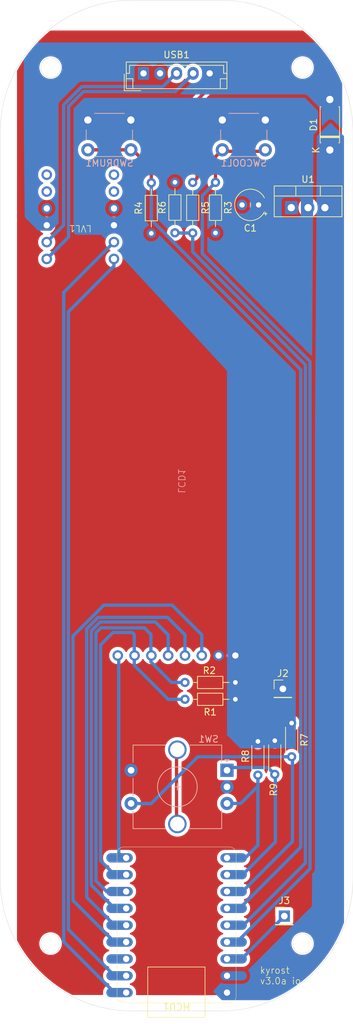
<source format=kicad_pcb>
(kicad_pcb (version 20240108) (generator "pcbnew") (generator_version "8.0")
  (layers (0 "F.Cu" signal) (31 "B.Cu" signal) (34 "B.Paste" user) (35 "F.Paste" user) (36 "B.SilkS" user "B.Silkscreen") (37 "F.SilkS" user "F.Silkscreen") (38 "B.Mask" user) (39 "F.Mask" user) (44 "Edge.Cuts" user))
  (net 0 "")
  (net 1 "GND2")
  (net 2 "VB3.3")
  (net 3 "/SW_COOL")
  (net 4 "/ROT_SW")
  (net 5 "/VB5.0")
  (net 6 "/LCD_SDA")
  (net 7 "/SW_DRUM")
  (net 8 "/LCD_CS")
  (net 9 "/SP_GPIO")
  (net 10 "/LCD_SCK")
  (net 11 "/ROT_DT")
  (net 12 "/LCD_RES")
  (net 13 "/LCD_BLK")
  (net 14 "/LCD_DC")
  (net 15 "/ROT_CLK")
  (net 16 "Net-(D1-A)")
  (net 17 "Net-(J1-D+)")
  (net 18 "Net-(J1-D-)")
  (net 19 "unconnected-(SW1-PadMP)")
  (net 20 "Net-(C2-3v3)")
  (net 24 "Net-(C2-TX{slash}D43)")
  (net 25 "Net-(C2-RX{slash}D44)")
  (footprint "Resistor_THT:R_Axial_DIN0204_L3.6mm_D1.6mm_P5.08mm_Horizontal" (layer "F.Cu") (at 129.375 132.974 -90)
    (property "Reference" "R8" (at 2.24 1.875 90) (layer "F.SilkS"))
    (property "Value" "10K 1/4 W")
    (fp_line (start 0.62 0.92) (end 4.46 0.92) (stroke (width 0.12)) (layer "F.SilkS"))
    (fp_line (start 0.62 -0.92) (end 4.46 -0.92) (stroke (width 0.12)) (layer "F.SilkS"))
    (pad "1" thru_hole circle (at 0 0 270) (size 1.4 1.4) (drill 0.7) (layers "*.Cu" "*.Mask") (net 2 "VB3.3"))
    (pad "2" thru_hole oval (at 5.08 0 270) (size 1.4 1.4) (drill 0.7) (layers "*.Cu" "*.Mask") (net 15 "/ROT_CLK"))
  )
  (footprint "Resistor_THT:R_Axial_DIN0204_L3.6mm_D1.6mm_P7.62mm_Horizontal" (layer "F.Cu") (at 119.52 48.7 -90)
    (property "Reference" "R5" (at 3.81 -1.92 -90) (layer "F.SilkS"))
    (property "Value" "100K 1/8w")
    (fp_line (start 1.89 0.92) (end 5.73 0.92) (stroke (width 0.12)) (layer "F.SilkS"))
    (fp_line (start 5.73 0.92) (end 5.73 -0.92) (stroke (width 0.12)) (layer "F.SilkS"))
    (fp_line (start 0.94 0) (end 1.89 0) (stroke (width 0.12)) (layer "F.SilkS"))
    (fp_line (start 6.68 0) (end 5.73 0) (stroke (width 0.12)) (layer "F.SilkS"))
    (fp_line (start 1.89 -0.92) (end 1.89 0.92) (stroke (width 0.12)) (layer "F.SilkS"))
    (fp_line (start 5.73 -0.92) (end 1.89 -0.92) (stroke (width 0.12)) (layer "F.SilkS"))
    (pad "1" thru_hole circle (at 0 0 270) (size 1.4 1.4) (drill 0.7) (layers "*.Cu" "*.Mask") (net 16 "Net-(D1-A)"))
    (pad "2" thru_hole oval (at 7.62 0 270) (size 1.4 1.4) (drill 0.7) (layers "*.Cu" "*.Mask") (net 9 "/SP_GPIO"))
  )
  (footprint "Resistor_THT:R_Axial_DIN0204_L3.6mm_D1.6mm_P5.08mm_Horizontal" (layer "F.Cu") (at 134.475 130.21 -90)
    (property "Reference" "R7" (at 2.54 -1.92 90) (layer "F.SilkS"))
    (property "Value" "10K 1/4 W")
    (fp_line (start 0.62 0.92) (end 4.46 0.92) (stroke (width 0.12)) (layer "F.SilkS"))
    (fp_line (start 0.62 -0.92) (end 4.46 -0.92) (stroke (width 0.12)) (layer "F.SilkS"))
    (pad "1" thru_hole circle (at 0 0 270) (size 1.4 1.4) (drill 0.7) (layers "*.Cu" "*.Mask") (net 2 "VB3.3"))
    (pad "2" thru_hole oval (at 5.08 0 270) (size 1.4 1.4) (drill 0.7) (layers "*.Cu" "*.Mask") (net 4 "/ROT_SW"))
  )
  (footprint "Resistor_THT:R_Axial_DIN0204_L3.6mm_D1.6mm_P7.62mm_Horizontal" (layer "F.Cu") (at 122.96 48.69 -90)
    (property "Reference" "R3" (at 3.81 -1.92 -90) (layer "F.SilkS"))
    (property "Value" "4.7K 1/8w")
    (fp_line (start 1.89 0.92) (end 5.73 0.92) (stroke (width 0.12)) (layer "F.SilkS"))
    (fp_line (start 5.73 0.92) (end 5.73 -0.92) (stroke (width 0.12)) (layer "F.SilkS"))
    (fp_line (start 0.94 0) (end 1.89 0) (stroke (width 0.12)) (layer "F.SilkS"))
    (fp_line (start 6.68 0) (end 5.73 0) (stroke (width 0.12)) (layer "F.SilkS"))
    (fp_line (start 1.89 -0.92) (end 1.89 0.92) (stroke (width 0.12)) (layer "F.SilkS"))
    (fp_line (start 5.73 -0.92) (end 1.89 -0.92) (stroke (width 0.12)) (layer "F.SilkS"))
    (pad "1" thru_hole circle (at 0 0 270) (size 1.4 1.4) (drill 0.7) (layers "*.Cu" "*.Mask") (net 7 "/SW_DRUM"))
    (pad "2" thru_hole oval (at 7.62 0 270) (size 1.4 1.4) (drill 0.7) (layers "*.Cu" "*.Mask") (net 1 "GND2"))
  )
  (footprint "1_my_custom_library:ESP32S3 Zero Waveshare" (layer "F.Cu") (at 117.08 160.685 90)
    (property "Reference" "MCU1" (at -12.26 0 180) (layer "F.SilkS"))
    (property "Value" "ESP32S3Zero")
    (fp_line (start -10.7 -9) (end 10.8 -9) (stroke (width 0.05)) (layer "F.SilkS"))
    (fp_line (start 11.8 -8) (end 11.8 8) (stroke (width 0.05)) (layer "F.SilkS"))
    (fp_line (start -11.7 8) (end -11.7 -8) (stroke (width 0.05)) (layer "F.SilkS"))
    (fp_line (start 10.8 9) (end -10.7 9) (stroke (width 0.05)) (layer "F.SilkS"))
    (fp_rect (start -13.9 -4.36) (end -6.3 4.3) (stroke (width 0.1)) (fill none) (layer "F.SilkS"))
    (fp_arc (start 10.8 -9) (mid 11.507107 -8.707107) (end 11.8 -8) (stroke (width 0.05)) (layer "F.SilkS"))
    (fp_arc (start -11.7 -8) (mid -11.407107 -8.707107) (end -10.7 -9) (stroke (width 0.05)) (layer "F.SilkS"))
    (fp_arc (start 11.8 8) (mid 11.507107 8.707107) (end 10.8 9) (stroke (width 0.05)) (layer "F.SilkS"))
    (fp_arc (start -10.7 9) (mid -11.407107 8.707107) (end -11.7 8) (stroke (width 0.05)) (layer "F.SilkS"))
    (pad "1" thru_hole oval (at -10.16 7.62 90) (size 1.4 4) (drill 0.95 (offset 0 1)) (layers "*.Cu" "*.Mask") (net 5 "/VB5.0"))
    (pad "2" thru_hole oval (at -7.62 7.62 90) (size 1.4 4) (drill 0.95 (offset 0 1)) (layers "*.Cu" "*.Mask") (net 1 "GND2"))
    (pad "3" thru_hole oval (at -5.08 7.62 90) (size 1.4 4) (drill 0.95 (offset 0 1)) (layers "*.Cu" "*.Mask") (net 20 "Net-(C2-3v3)"))
    (pad "4" thru_hole oval (at -2.54 7.62 90) (size 1.4 4) (drill 0.95 (offset 0 1)) (layers "*.Cu" "*.Mask") (net 7 "/SW_DRUM"))
    (pad "5" thru_hole oval (at 0 7.62 90) (size 1.4 4) (drill 0.95 (offset 0 1)) (layers "*.Cu" "*.Mask") (net 9 "/SP_GPIO"))
    (pad "6" thru_hole oval (at 2.54 7.62 90) (size 1.4 4) (drill 0.95 (offset 0 1)) (layers "*.Cu" "*.Mask") (net 3 "/SW_COOL"))
    (pad "7" thru_hole oval (at 5.08 7.62 90) (size 1.4 4) (drill 0.95 (offset 0 1)) (layers "*.Cu" "*.Mask") (net 4 "/ROT_SW"))
    (pad "8" thru_hole oval (at 7.62 7.62 90) (size 1.4 4) (drill 0.95 (offset 0 1)) (layers "*.Cu" "*.Mask") (net 11 "/ROT_DT"))
    (pad "9" thru_hole oval (at 10.16 7.62 90) (size 1.4 4) (drill 0.95 (offset 0 1)) (layers "*.Cu" "*.Mask") (net 15 "/ROT_CLK"))
    (pad "10" thru_hole oval (at 10.16 -7.62 90) (size 1.4 4) (drill 0.95 (offset 0 -1)) (layers "*.Cu" "*.Mask") (net 13 "/LCD_BLK"))
    (pad "11" thru_hole oval (at 7.62 -7.62 90) (size 1.4 4) (drill 0.95 (offset 0 -1)) (layers "*.Cu" "*.Mask") (net 10 "/LCD_SCK"))
    (pad "12" thru_hole oval (at 5.08 -7.62 90) (size 1.4 4) (drill 0.95 (offset 0 -1)) (layers "*.Cu" "*.Mask") (net 6 "/LCD_SDA"))
    (pad "13" thru_hole oval (at 2.54 -7.62 90) (size 1.4 4) (drill 0.95 (offset 0 -1)) (layers "*.Cu" "*.Mask") (net 14 "/LCD_DC"))
    (pad "14" thru_hole oval (at 0 -7.62 90) (size 1.4 4) (drill 0.95 (offset 0 -1)) (layers "*.Cu" "*.Mask") (net 12 "/LCD_RES"))
    (pad "15" thru_hole oval (at -2.54 -7.62 90) (size 1.4 4) (drill 0.95 (offset 0 -1)) (layers "*.Cu" "*.Mask") (net 8 "/LCD_CS"))
    (pad "16" thru_hole oval (at -5.08 -7.62 90) (size 1.4 4) (drill 0.95 (offset 0 -1)) (layers "*.Cu" "*.Mask"))
    (pad "17" thru_hole oval (at -7.62 -7.62 90) (size 1.4 4) (drill 0.95 (offset 0 -1)) (layers "*.Cu" "*.Mask") (net 25 "Net-(C2-RX{slash}D44)"))
    (pad "18" thru_hole oval (at -10.16 -7.62 90) (size 1.4 4) (drill 0.95 (offset 0 -1)) (layers "*.Cu" "*.Mask") (net 24 "Net-(C2-TX{slash}D43)"))
  )
  (footprint "Diode_THT:D_DO-41_SOD81_P7.62mm_Horizontal" (layer "F.Cu") (at 140.25 43.81 90)
    (property "Reference" "D1" (at 3.81 -2.47 -90) (layer "F.SilkS"))
    (property "Value" "SR2002 R0 (500ma 20V)")
    (fp_line (start 6.53 -1.47) (end 6.53 -1.34) (stroke (width 0.12)) (layer "F.SilkS"))
    (fp_line (start 2.11 -1.47) (end 2.11 1.47) (stroke (width 0.12)) (layer "F.SilkS"))
    (fp_line (start 1.99 -1.47) (end 1.99 1.47) (stroke (width 0.12)) (layer "F.SilkS"))
    (fp_line (start 1.87 -1.47) (end 1.87 1.47) (stroke (width 0.12)) (layer "F.SilkS"))
    (fp_line (start 1.09 -1.47) (end 6.53 -1.47) (stroke (width 0.12)) (layer "F.SilkS"))
    (fp_line (start 1.09 -1.34) (end 1.09 -1.47) (stroke (width 0.12)) (layer "F.SilkS"))
    (fp_line (start 1.09 1.34) (end 1.09 1.47) (stroke (width 0.12)) (layer "F.SilkS"))
    (fp_line (start 6.53 1.47) (end 6.53 1.34) (stroke (width 0.12)) (layer "F.SilkS"))
    (fp_line (start 1.09 1.47) (end 6.53 1.47) (stroke (width 0.12)) (layer "F.SilkS"))
    (fp_text user "K" (at 0 -2.1 -90) (layer "F.SilkS"))
    (pad "1" thru_hole rect (at 0 0 90) (size 2.2 2.2) (drill 1.1) (layers "*.Cu" "*.Mask") (net 5 "/VB5.0"))
    (pad "2" thru_hole oval (at 7.62 0 90) (size 2.2 2.2) (drill 1.1) (layers "*.Cu" "*.Mask") (net 16 "Net-(D1-A)"))
  )
  (footprint "Connector_JST:JST_EH_B5B-EH-A_1x05_P2.50mm_Vertical" (layer "F.Cu") (at 112.08 32.25)
    (property "Reference" "USB1" (at 5 -2.8 0) (layer "F.SilkS"))
    (property "Value" "USB")
    (fp_line (start -2.91 0.11) (end -2.91 2.61) (stroke (width 0.12)) (layer "F.SilkS"))
    (fp_line (start -2.91 2.61) (end -0.41 2.61) (stroke (width 0.12)) (layer "F.SilkS"))
    (fp_line (start -2.61 -1.71) (end -2.61 2.31) (stroke (width 0.12)) (layer "F.SilkS"))
    (fp_line (start -2.61 0) (end -2.11 0) (stroke (width 0.12)) (layer "F.SilkS"))
    (fp_line (start -2.61 0.81) (end -1.61 0.81) (stroke (width 0.12)) (layer "F.SilkS"))
    (fp_line (start -2.61 2.31) (end 12.61 2.31) (stroke (width 0.12)) (layer "F.SilkS"))
    (fp_line (start -2.11 -1.21) (end 12.11 -1.21) (stroke (width 0.12)) (layer "F.SilkS"))
    (fp_line (start -2.11 0) (end -2.11 -1.21) (stroke (width 0.12)) (layer "F.SilkS"))
    (fp_line (start -1.61 0.81) (end -1.61 2.31) (stroke (width 0.12)) (layer "F.SilkS"))
    (fp_line (start 11.61 0.81) (end 11.61 2.31) (stroke (width 0.12)) (layer "F.SilkS"))
    (fp_line (start 12.11 -1.21) (end 12.11 0) (stroke (width 0.12)) (layer "F.SilkS"))
    (fp_line (start 12.11 0) (end 12.61 0) (stroke (width 0.12)) (layer "F.SilkS"))
    (fp_line (start 12.61 -1.71) (end -2.61 -1.71) (stroke (width 0.12)) (layer "F.SilkS"))
    (fp_line (start 12.61 0.81) (end 11.61 0.81) (stroke (width 0.12)) (layer "F.SilkS"))
    (fp_line (start 12.61 2.31) (end 12.61 -1.71) (stroke (width 0.12)) (layer "F.SilkS"))
    (pad "1" thru_hole roundrect (at 0 0) (size 1.7 1.95) (drill 0.95) (layers "*.Cu" "*.Mask") (roundrect_rratio 0.147059) (net 1 "GND2"))
    (pad "2" thru_hole oval (at 2.5 0) (size 1.7 1.95) (drill 0.95) (layers "*.Cu" "*.Mask") (net 1 "GND2"))
    (pad "3" thru_hole oval (at 5 0) (size 1.7 1.95) (drill 0.95) (layers "*.Cu" "*.Mask") (net 17 "Net-(J1-D+)"))
    (pad "4" thru_hole oval (at 7.5 0) (size 1.7 1.95) (drill 0.95) (layers "*.Cu" "*.Mask") (net 18 "Net-(J1-D-)"))
    (pad "5" thru_hole oval (at 10 0) (size 1.7 1.95) (drill 0.95) (layers "*.Cu" "*.Mask") (net 16 "Net-(D1-A)"))
  )
  (footprint "Resistor_THT:R_Axial_DIN0204_L3.6mm_D1.6mm_P7.62mm_Horizontal" (layer "F.Cu") (at 125.97 126.624 180)
    (property "Reference" "R1" (at 3.81 -1.92 180) (layer "F.SilkS"))
    (property "Value" "2.2K 1/8w")
    (fp_line (start 6.68 0) (end 5.73 0) (stroke (width 0.12)) (layer "F.SilkS"))
    (fp_line (start 5.73 0.92) (end 5.73 -0.92) (stroke (width 0.12)) (layer "F.SilkS"))
    (fp_line (start 5.73 -0.92) (end 1.89 -0.92) (stroke (width 0.12)) (layer "F.SilkS"))
    (fp_line (start 1.89 0.92) (end 5.73 0.92) (stroke (width 0.12)) (layer "F.SilkS"))
    (fp_line (start 1.89 -0.92) (end 1.89 0.92) (stroke (width 0.12)) (layer "F.SilkS"))
    (fp_line (start 0.94 0) (end 1.89 0) (stroke (width 0.12)) (layer "F.SilkS"))
    (pad "1" thru_hole circle (at 0 0 180) (size 1.4 1.4) (drill 0.7) (layers "*.Cu" "*.Mask") (net 2 "VB3.3"))
    (pad "2" thru_hole oval (at 7.62 0 180) (size 1.4 1.4) (drill 0.7) (layers "*.Cu" "*.Mask") (net 10 "/LCD_SCK"))
  )
  (footprint "1_my_custom_library:Bidirectional Level Shifter 4x" (layer "F.Cu") (at 102.53 53.88 180)
    (property "Reference" "LVL1" (at 0 -1.77 180) (layer "F.SilkS") (effects (font (thickness 0.1))))
    (property "Value" "~")
    (pad "1" thru_hole circle (at -5.08 -6.35 180) (size 1.6 1.6) (drill 0.95) (layers "*.Cu" "*.Mask") (net 25 "Net-(C2-RX{slash}D44)"))
    (pad "2" thru_hole circle (at -5.08 -3.81 180) (size 1.6 1.6) (drill 0.95) (layers "*.Cu" "*.Mask") (net 24 "Net-(C2-TX{slash}D43)"))
    (pad "3" thru_hole circle (at -5.08 -1.27 180) (size 1.6 1.6) (drill 0.95) (layers "*.Cu" "*.Mask") (net 2 "VB3.3"))
    (pad "4" thru_hole circle (at -5.08 1.27 180) (size 1.6 1.6) (drill 0.95) (layers "*.Cu" "*.Mask") (net 1 "GND2"))
    (pad "5" thru_hole circle (at -5.08 3.81 180) (size 1.6 1.6) (drill 0.95) (layers "*.Cu" "*.Mask"))
    (pad "6" thru_hole circle (at -5.08 6.35 180) (size 1.6 1.6) (drill 0.95) (layers "*.Cu" "*.Mask"))
    (pad "7" thru_hole circle (at 5.08 -6.35 180) (size 1.6 1.6) (drill 0.95) (layers "*.Cu" "*.Mask") (net 18 "Net-(J1-D-)"))
    (pad "8" thru_hole circle (at 5.08 -3.81 180) (size 1.6 1.6) (drill 0.95) (layers "*.Cu" "*.Mask") (net 17 "Net-(J1-D+)"))
    (pad "9" thru_hole circle (at 5.08 -1.27 180) (size 1.6 1.6) (drill 0.95) (layers "*.Cu" "*.Mask") (net 16 "Net-(D1-A)"))
    (pad "10" thru_hole circle (at 5.08 1.27 180) (size 1.6 1.6) (drill 0.95) (layers "*.Cu" "*.Mask") (net 1 "GND2"))
    (pad "11" thru_hole circle (at 5.08 3.81 180) (size 1.6 1.6) (drill 0.95) (layers "*.Cu" "*.Mask"))
    (pad "12" thru_hole circle (at 5.08 6.35 180) (size 1.6 1.6) (drill 0.95) (layers "*.Cu" "*.Mask"))
  )
  (footprint "Connector_PinHeader_2.54mm:PinHeader_1x01_P2.54mm_Vertical" (layer "F.Cu") (at 133.15 125.05)
    (property "Reference" "J2" (at 0 -2.33 0) (layer "F.SilkS"))
    (property "Value" "3vJumper1")
    (fp_line (start -1.33 -1.33) (end 0 -1.33) (stroke (width 0.12)) (layer "F.SilkS"))
    (fp_line (start -1.33 0) (end -1.33 -1.33) (stroke (width 0.12)) (layer "F.SilkS"))
    (fp_line (start -1.33 1.27) (end -1.33 1.33) (stroke (width 0.12)) (layer "F.SilkS"))
    (fp_line (start -1.33 1.27) (end 1.33 1.27) (stroke (width 0.12)) (layer "F.SilkS"))
    (fp_line (start -1.33 1.33) (end 1.33 1.33) (stroke (width 0.12)) (layer "F.SilkS"))
    (fp_line (start 1.33 1.27) (end 1.33 1.33) (stroke (width 0.12)) (layer "F.SilkS"))
    (pad "1" thru_hole rect (at 0 0) (size 1.7 1.7) (drill 1) (layers "*.Cu" "*.Mask") (net 2 "VB3.3"))
  )
  (footprint "Resistor_THT:R_Axial_DIN0204_L3.6mm_D1.6mm_P7.62mm_Horizontal" (layer "F.Cu") (at 116.83 56.29 90)
    (property "Reference" "R6" (at 3.81 -1.92 90) (layer "F.SilkS"))
    (property "Value" "100K 1/8w")
    (fp_line (start 5.73 -0.92) (end 1.89 -0.92) (stroke (width 0.12)) (layer "F.SilkS"))
    (fp_line (start 1.89 -0.92) (end 1.89 0.92) (stroke (width 0.12)) (layer "F.SilkS"))
    (fp_line (start 6.68 0) (end 5.73 0) (stroke (width 0.12)) (layer "F.SilkS"))
    (fp_line (start 0.94 0) (end 1.89 0) (stroke (width 0.12)) (layer "F.SilkS"))
    (fp_line (start 5.73 0.92) (end 5.73 -0.92) (stroke (width 0.12)) (layer "F.SilkS"))
    (fp_line (start 1.89 0.92) (end 5.73 0.92) (stroke (width 0.12)) (layer "F.SilkS"))
    (pad "1" thru_hole circle (at 0 0 90) (size 1.4 1.4) (drill 0.7) (layers "*.Cu" "*.Mask") (net 9 "/SP_GPIO"))
    (pad "2" thru_hole oval (at 7.62 0 90) (size 1.4 1.4) (drill 0.7) (layers "*.Cu" "*.Mask") (net 1 "GND2"))
  )
  (footprint "Connector_PinHeader_2.54mm:PinHeader_1x01_P2.54mm_Vertical" (layer "F.Cu") (at 133.37 159.31)
    (property "Reference" "J3" (at 0 -2.33 0) (layer "F.SilkS"))
    (property "Value" "3vJumper1")
    (fp_line (start -1.33 -1.33) (end 0 -1.33) (stroke (width 0.12)) (layer "F.SilkS"))
    (fp_line (start -1.33 0) (end -1.33 -1.33) (stroke (width 0.12)) (layer "F.SilkS"))
    (fp_line (start -1.33 1.27) (end -1.33 1.33) (stroke (width 0.12)) (layer "F.SilkS"))
    (fp_line (start -1.33 1.27) (end 1.33 1.27) (stroke (width 0.12)) (layer "F.SilkS"))
    (fp_line (start -1.33 1.33) (end 1.33 1.33) (stroke (width 0.12)) (layer "F.SilkS"))
    (fp_line (start 1.33 1.27) (end 1.33 1.33) (stroke (width 0.12)) (layer "F.SilkS"))
    (pad "1" thru_hole rect (at 0 0) (size 1.7 1.7) (drill 1) (layers "*.Cu" "*.Mask") (net 20 "Net-(C2-3v3)"))
  )
  (footprint "Capacitor_THT:CP_Radial_Tantal_D4.5mm_P2.50mm" (layer "F.Cu") (at 129.478856 52.08 180)
    (property "Reference" "C1" (at 1.25 -3.5 180) (layer "F.SilkS"))
    (property "Value" "10uF Tantalum")
    (fp_line (start -1.062288 -1.56) (end -1.062288 -1.11) (stroke (width 0.12)) (layer "F.SilkS"))
    (fp_line (start -1.287288 -1.335) (end -0.837288 -1.335) (stroke (width 0.12)) (layer "F.SilkS"))
    (fp_arc (start -0.869741 -1.06) (mid 3.62 0) (end -0.869741 1.06) (stroke (width 0.12)) (layer "F.SilkS"))
    (pad "1" thru_hole rect (at 0 0 180) (size 1.6 1.6) (drill 0.8) (layers "*.Cu" "*.Mask") (net 2 "VB3.3"))
    (pad "2" thru_hole circle (at 2.5 0 180) (size 1.6 1.6) (drill 0.8) (layers "*.Cu" "*.Mask") (net 1 "GND2"))
  )
  (footprint "Resistor_THT:R_Axial_DIN0204_L3.6mm_D1.6mm_P5.08mm_Horizontal" (layer "F.Cu") (at 131.925 132.86 -90)
    (property "Reference" "R9" (at 7.39 0.175 90) (layer "F.SilkS"))
    (property "Value" "10K 1/4 W")
    (fp_line (start 0.62 0.92) (end 4.46 0.92) (stroke (width 0.12)) (layer "F.SilkS"))
    (fp_line (start 0.62 -0.92) (end 4.46 -0.92) (stroke (width 0.12)) (layer "F.SilkS"))
    (pad "1" thru_hole circle (at 0 0 270) (size 1.4 1.4) (drill 0.7) (layers "*.Cu" "*.Mask") (net 2 "VB3.3"))
    (pad "2" thru_hole oval (at 5.08 0 270) (size 1.4 1.4) (drill 0.7) (layers "*.Cu" "*.Mask") (net 11 "/ROT_DT"))
  )
  (footprint "Resistor_THT:R_Axial_DIN0204_L3.6mm_D1.6mm_P7.62mm_Horizontal" (layer "F.Cu") (at 125.97 124.084 180)
    (property "Reference" "R2" (at 3.94 1.8 180) (layer "F.SilkS"))
    (property "Value" "2.2K 1/8w")
    (fp_line (start 6.68 0) (end 5.73 0) (stroke (width 0.12)) (layer "F.SilkS"))
    (fp_line (start 5.73 0.92) (end 5.73 -0.92) (stroke (width 0.12)) (layer "F.SilkS"))
    (fp_line (start 5.73 -0.92) (end 1.89 -0.92) (stroke (width 0.12)) (layer "F.SilkS"))
    (fp_line (start 1.89 0.92) (end 5.73 0.92) (stroke (width 0.12)) (layer "F.SilkS"))
    (fp_line (start 1.89 -0.92) (end 1.89 0.92) (stroke (width 0.12)) (layer "F.SilkS"))
    (fp_line (start 0.94 0) (end 1.89 0) (stroke (width 0.12)) (layer "F.SilkS"))
    (pad "1" thru_hole circle (at 0 0 180) (size 1.4 1.4) (drill 0.7) (layers "*.Cu" "*.Mask") (net 2 "VB3.3"))
    (pad "2" thru_hole oval (at 7.62 0 180) (size 1.4 1.4) (drill 0.7) (layers "*.Cu" "*.Mask") (net 6 "/LCD_SDA"))
  )
  (footprint "Resistor_THT:R_Axial_DIN0204_L3.6mm_D1.6mm_P7.62mm_Horizontal" (layer "F.Cu") (at 113.26 56.37 90)
    (property "Reference" "R4" (at 3.81 -1.92 90) (layer "F.SilkS"))
    (property "Value" "4.7K 1/8w")
    (fp_line (start 5.73 -0.92) (end 1.89 -0.92) (stroke (width 0.12)) (layer "F.SilkS"))
    (fp_line (start 1.89 -0.92) (end 1.89 0.92) (stroke (width 0.12)) (layer "F.SilkS"))
    (fp_line (start 6.68 0) (end 5.73 0) (stroke (width 0.12)) (layer "F.SilkS"))
    (fp_line (start 0.94 0) (end 1.89 0) (stroke (width 0.12)) (layer "F.SilkS"))
    (fp_line (start 5.73 0.92) (end 5.73 -0.92) (stroke (width 0.12)) (layer "F.SilkS"))
    (fp_line (start 1.89 0.92) (end 5.73 0.92) (stroke (width 0.12)) (layer "F.SilkS"))
    (pad "1" thru_hole circle (at 0 0 90) (size 1.4 1.4) (drill 0.7) (layers "*.Cu" "*.Mask") (net 1 "GND2"))
    (pad "2" thru_hole oval (at 7.62 0 90) (size 1.4 1.4) (drill 0.7) (layers "*.Cu" "*.Mask") (net 3 "/SW_COOL"))
  )
  (footprint "Package_TO_SOT_THT:TO-220-3_Vertical" (layer "F.Cu") (at 134.42 52.5)
    (property "Reference" "U1" (at 2.54 -4.27 0) (layer "F.SilkS"))
    (property "Value" "LM1117T-3.3")
    (fp_line (start -2.58 -3.27) (end -2.58 1.371) (stroke (width 0.12)) (layer "F.SilkS"))
    (fp_line (start -2.58 -3.27) (end 7.66 -3.27) (stroke (width 0.12)) (layer "F.SilkS"))
    (fp_line (start -2.58 -1.76) (end 7.66 -1.76) (stroke (width 0.12)) (layer "F.SilkS"))
    (fp_line (start -2.58 1.371) (end 7.66 1.371) (stroke (width 0.12)) (layer "F.SilkS"))
    (fp_line (start 0.69 -3.27) (end 0.69 -1.76) (stroke (width 0.12)) (layer "F.SilkS"))
    (fp_line (start 4.391 -3.27) (end 4.391 -1.76) (stroke (width 0.12)) (layer "F.SilkS"))
    (fp_line (start 7.66 -3.27) (end 7.66 1.371) (stroke (width 0.12)) (layer "F.SilkS"))
    (pad "1" thru_hole rect (at 0 0) (size 1.905 2) (drill 1.1) (layers "*.Cu" "*.Mask") (net 1 "GND2"))
    (pad "2" thru_hole oval (at 2.54 0) (size 1.905 2) (drill 1.1) (layers "*.Cu" "*.Mask") (net 2 "VB3.3"))
    (pad "3" thru_hole oval (at 5.08 0) (size 1.905 2) (drill 1.1) (layers "*.Cu" "*.Mask") (net 5 "/VB5.0"))
  )
  (footprint "Button_Switch_THT:SW_PUSH_6mm" (layer "B.Cu") (at 123.99 43.784)
    (property "Reference" "SWCOOL1" (at 3.25 2 0) (layer "B.SilkS") (effects (justify mirror)))
    (property "Value" "SW_Push_COOL")
    (fp_line (start -0.25 -3) (end -0.25 -1.5) (stroke (width 0.12)) (layer "B.SilkS"))
    (fp_line (start 1 1) (end 5.5 1) (stroke (width 0.12)) (layer "B.SilkS"))
    (fp_line (start 5.5 -5.5) (end 1 -5.5) (stroke (width 0.12)) (layer "B.SilkS"))
    (fp_line (start 6.75 -1.5) (end 6.75 -3) (stroke (width 0.12)) (layer "B.SilkS"))
    (pad "1" thru_hole circle (at 0 0 270) (size 2 2) (drill 1.1) (layers "*.Cu" "*.Mask") (net 7 "/SW_DRUM"))
    (pad "1" thru_hole circle (at 6.5 0 270) (size 2 2) (drill 1.1) (layers "*.Cu" "*.Mask") (net 7 "/SW_DRUM"))
    (pad "2" thru_hole circle (at 0 -4.5 270) (size 2 2) (drill 1.1) (layers "*.Cu" "*.Mask") (net 2 "VB3.3"))
    (pad "2" thru_hole circle (at 6.5 -4.5 270) (size 2 2) (drill 1.1) (layers "*.Cu" "*.Mask") (net 2 "VB3.3"))
  )
  (footprint "1_my_custom_library:ST3375_TFT_120x160" (layer "B.Cu") (at 117.08 93.604 90)
    (property "Reference" "LCD1" (at -0.08 0.75 -90) (layer "B.SilkS") (effects (font (thickness 0.1)) (justify mirror)))
    (property "Value" "~")
    (pad "1" thru_hole circle (at -26.416 8.89 180) (size 1.6 1.6) (drill 0.95) (layers "*.Cu" "*.Mask") (net 2 "VB3.3"))
    (pad "2" thru_hole circle (at -26.416 6.35 180) (size 1.6 1.6) (drill 0.95) (layers "*.Cu" "*.Mask") (net 1 "GND2"))
    (pad "3" thru_hole circle (at -26.416 3.81 180) (size 1.6 1.6) (drill 0.95) (layers "*.Cu" "*.Mask") (net 8 "/LCD_CS"))
    (pad "4" thru_hole circle (at -26.416 1.27 180) (size 1.6 1.6) (drill 0.95) (layers "*.Cu" "*.Mask") (net 12 "/LCD_RES"))
    (pad "5" thru_hole circle (at -26.416 -1.27 180) (size 1.6 1.6) (drill 0.95) (layers "*.Cu" "*.Mask") (net 14 "/LCD_DC"))
    (pad "6" thru_hole circle (at -26.416 -3.81 180) (size 1.6 1.6) (drill 0.95) (layers "*.Cu" "*.Mask") (net 6 "/LCD_SDA"))
    (pad "7" thru_hole circle (at -26.416 -6.35 180) (size 1.6 1.6) (drill 0.95) (layers "*.Cu" "*.Mask") (net 10 "/LCD_SCK"))
    (pad "8" thru_hole circle (at -26.416 -8.89 270) (size 1.6 1.6) (drill 0.95) (layers "*.Cu" "*.Mask") (net 13 "/LCD_BLK"))
  )
  (footprint "Button_Switch_THT:SW_PUSH_6mm" (layer "B.Cu") (at 103.67 43.784)
    (property "Reference" "SWDRUM1" (at 3.25 2 0) (layer "B.SilkS") (effects (justify mirror)))
    (property "Value" "SW_Push_DRUM")
    (fp_line (start -0.25 -3) (end -0.25 -1.5) (stroke (width 0.12)) (layer "B.SilkS"))
    (fp_line (start 1 1) (end 5.5 1) (stroke (width 0.12)) (layer "B.SilkS"))
    (fp_line (start 5.5 -5.5) (end 1 -5.5) (stroke (width 0.12)) (layer "B.SilkS"))
    (fp_line (start 6.75 -1.5) (end 6.75 -3) (stroke (width 0.12)) (layer "B.SilkS"))
    (pad "1" thru_hole circle (at 0 0 270) (size 2 2) (drill 1.1) (layers "*.Cu" "*.Mask") (net 3 "/SW_COOL"))
    (pad "1" thru_hole circle (at 6.5 0 270) (size 2 2) (drill 1.1) (layers "*.Cu" "*.Mask") (net 3 "/SW_COOL"))
    (pad "2" thru_hole circle (at 0 -4.5 270) (size 2 2) (drill 1.1) (layers "*.Cu" "*.Mask") (net 2 "VB3.3"))
    (pad "2" thru_hole circle (at 6.5 -4.5 270) (size 2 2) (drill 1.1) (layers "*.Cu" "*.Mask") (net 2 "VB3.3"))
  )
  (footprint "Rotary_Encoder:RotaryEncoder_Alps_EC12E-Switch_Vertical_H20mm_CircularMountingHoles" (layer "B.Cu") (at 124.7 137.325 180)
    (property "Reference" "SW1" (at 2.8 4.7 180) (layer "B.SilkS") (effects (justify mirror)))
    (property "Value" "RotaryEncoder_Switch_MP")
    (fp_line (start 14.2 3.8) (end 9.3 3.8) (stroke (width 0.12)) (layer "B.SilkS"))
    (fp_line (start 14.2 1.2) (end 14.2 3.8) (stroke (width 0.12)) (layer "B.SilkS"))
    (fp_line (start 14.2 -3.8) (end 14.2 -1.2) (stroke (width 0.12)) (layer "B.SilkS"))
    (fp_line (start 14.2 -8.8) (end 14.2 -6.2) (stroke (width 0.12)) (layer "B.SilkS"))
    (fp_line (start 9.3 -8.8) (end 14.2 -8.8) (stroke (width 0.12)) (layer "B.SilkS"))
    (fp_line (start 8 -2.5) (end 7 -2.5) (stroke (width 0.12)) (layer "B.SilkS"))
    (fp_line (start 7.5 -3) (end 7.5 -2) (stroke (width 0.12)) (layer "B.SilkS"))
    (fp_line (start 0.8 3.8) (end 5.6 3.8) (stroke (width 0.12)) (layer "B.SilkS"))
    (fp_line (start 0.8 1.3) (end 0.8 3.8) (stroke (width 0.12)) (layer "B.SilkS"))
    (fp_line (start 0.8 -6) (end 0.8 -8.8) (stroke (width 0.12)) (layer "B.SilkS"))
    (fp_line (start 0.8 -8.8) (end 5.7 -8.8) (stroke (width 0.12)) (layer "B.SilkS"))
    (fp_line (start 0.3 1.6) (end -0.3 1.6) (stroke (width 0.12)) (layer "B.SilkS"))
    (fp_line (start 0 1.3) (end 0.3 1.6) (stroke (width 0.12)) (layer "B.SilkS"))
    (fp_line (start -0.3 1.6) (end 0 1.3) (stroke (width 0.12)) (layer "B.SilkS"))
    (fp_circle (center 7.5 -2.5) (end 10.5 -2.5) (stroke (width 0.12)) (fill none) (layer "B.SilkS"))
    (pad "A" thru_hole rect (at 0 0 180) (size 2 2) (drill 1) (layers "*.Cu" "*.Mask") (net 11 "/ROT_DT"))
    (pad "B" thru_hole circle (at 0 -5 180) (size 2 2) (drill 1) (layers "*.Cu" "*.Mask") (net 15 "/ROT_CLK"))
    (pad "C" thru_hole circle (at 0 -2.5 180) (size 2 2) (drill 1) (layers "*.Cu" "*.Mask") (net 1 "GND2"))
    (pad "MP" thru_hole circle (at 7.5 -8.1 180) (size 2.8 2.8) (drill 2.2) (layers "*.Cu" "*.Mask") (net 19 "unconnected-(SW1-PadMP)"))
    (pad "MP" thru_hole circle (at 7.5 3.1 180) (size 2.8 2.8) (drill 2.2) (layers "*.Cu" "*.Mask") (net 19 "unconnected-(SW1-PadMP)"))
    (pad "S1" thru_hole circle (at 14.5 0 180) (size 2 2) (drill 1) (layers "*.Cu" "*.Mask") (net 1 "GND2"))
    (pad "S2" thru_hole circle (at 14.5 -5 180) (size 2 2) (drill 1) (layers "*.Cu" "*.Mask") (net 4 "/ROT_SW"))
  )
  (gr_circle (center 98.03 31.374) (end 99.53 31.374) (stroke (width 0.05)) (fill none) (layer "Edge.Cuts"))
  (gr_arc (start 110.41 173.614) (mid 96.267864 167.756136) (end 90.41 153.614) (stroke (width 0.05)) (layer "Edge.Cuts"))
  (gr_circle (center 136.13 31.374) (end 137.63 31.374) (stroke (width 0.05)) (fill none) (layer "Edge.Cuts"))
  (gr_line (start 123.75 173.614) (end 110.41 173.614) (stroke (width 0.05)) (layer "Edge.Cuts"))
  (gr_line (start 143.75 41.214) (end 143.75 153.614) (stroke (width 0.05)) (layer "Edge.Cuts"))
  (gr_arc (start 123.75 21.214) (mid 137.892136 27.071864) (end 143.75 41.214) (stroke (width 0.05)) (layer "Edge.Cuts"))
  (gr_arc (start 143.75 153.614) (mid 137.892136 167.756136) (end 123.75 173.614) (stroke (width 0.05)) (layer "Edge.Cuts"))
  (gr_circle (center 98.03 163.454) (end 99.53 163.454) (stroke (width 0.05)) (fill none) (layer "Edge.Cuts"))
  (gr_line (start 110.41 21.214) (end 123.75 21.214) (stroke (width 0.05)) (layer "Edge.Cuts"))
  (gr_line (start 90.41 153.614) (end 90.41 41.214) (stroke (width 0.05)) (layer "Edge.Cuts"))
  (gr_arc (start 90.41 41.214) (mid 96.267864 27.071864) (end 110.41 21.214) (stroke (width 0.05)) (layer "Edge.Cuts"))
  (gr_circle (center 136.13 163.454) (end 137.63 163.454) (stroke (width 0.05)) (fill none) (layer "Edge.Cuts"))
  (gr_text "kyrost \nv3.0a io" (at 129.63 169.68 0) (layer "F.SilkS") (effects (font (size 1 1) (thickness 0.1)) (justify left bottom)))
  (segment (start 113.26 46.604) (end 110.44 43.784) (width 0.5) (layer "F.Cu") (net 3))
  (segment (start 103.364 43.784) (end 103.35 43.77) (width 0.5) (layer "F.Cu") (net 3))
  (segment (start 113.26 48.75) (end 113.26 46.604) (width 0.5) (layer "F.Cu") (net 3))
  (segment (start 110.44 43.784) (end 103.364 43.784) (width 0.5) (layer "F.Cu") (net 3))
  (segment (start 126.61 158.15) (end 124.285 158.15) (width 0.5) (layer "B.Cu") (net 3))
  (segment (start 135.85 76.936346) (end 135.85 148.91) (width 0.5) (layer "B.Cu") (net 3))
  (segment (start 113.26 54.346346) (end 135.85 76.936346) (width 0.5) (layer "B.Cu") (net 3))
  (segment (start 135.85 148.91) (end 126.61 158.15) (width 0.5) (layer "B.Cu") (net 3))
  (segment (start 113.26 48.75) (end 113.26 54.346346) (width 0.5) (layer "B.Cu") (net 3))
  (segment (start 134.6 148.05) (end 127.04 155.61) (width 0.5) (layer "B.Cu") (net 4))
  (segment (start 127.04 155.61) (end 124.285 155.61) (width 0.5) (layer "B.Cu") (net 4))
  (segment (start 109.785 142.35) (end 113.225 142.35) (width 0.5) (layer "B.Cu") (net 4))
  (segment (start 134.445 135.29) (end 134.6 135.445) (width 0.5) (layer "B.Cu") (net 4))
  (segment (start 120.285 135.29) (end 134.445 135.29) (width 0.5) (layer "B.Cu") (net 4))
  (segment (start 113.225 142.35) (end 120.285 135.29) (width 0.5) (layer "B.Cu") (net 4))
  (segment (start 134.6 135.445) (end 134.6 148.05) (width 0.5) (layer "B.Cu") (net 4))
  (segment (start 105.626 115.849) (end 112.213 115.849) (width 0.5) (layer "B.Cu") (net 6))
  (segment (start 106.505 155.61) (end 104.895 154) (width 0.5) (layer "B.Cu") (net 6))
  (segment (start 113.2 120.975) (end 116.309 124.084) (width 0.5) (layer "B.Cu") (net 6))
  (segment (start 104.895 116.58) (end 105.626 115.849) (width 0.5) (layer "B.Cu") (net 6))
  (segment (start 112.213 115.849) (end 113.2 116.836) (width 0.5) (layer "B.Cu") (net 6))
  (segment (start 104.895 154) (end 104.895 116.58) (width 0.5) (layer "B.Cu") (net 6))
  (segment (start 116.309 124.084) (end 118.35 124.084) (width 0.5) (layer "B.Cu") (net 6))
  (segment (start 113.2 116.836) (end 113.2 120.975) (width 0.5) (layer "B.Cu") (net 6))
  (segment (start 109.045 155.61) (end 106.505 155.61) (width 0.5) (layer "B.Cu") (net 6))
  (segment (start 123.774 44) (end 130.64 44) (width 0.5) (layer "F.Cu") (net 7))
  (segment (start 122.96 48.69) (end 122.96 44.814) (width 0.5) (layer "F.Cu") (net 7))
  (segment (start 122.96 44.814) (end 123.774 44) (width 0.5) (layer "F.Cu") (net 7))
  (segment (start 126.195 163.225) (end 137.25 152.17) (width 0.5) (layer "B.Cu") (net 7))
  (segment (start 137.25 152.17) (end 137.25 75.7) (width 0.5) (layer "B.Cu") (net 7))
  (segment (start 124.65 163.225) (end 126.195 163.225) (width 0.5) (layer "B.Cu") (net 7))
  (segment (start 137.25 75.7) (end 120.97 59.42) (width 0.5) (layer "B.Cu") (net 7))
  (segment (start 120.97 50.68) (end 122.96 48.69) (width 0.5) (layer "B.Cu") (net 7))
  (segment (start 120.97 59.42) (end 120.97 50.68) (width 0.5) (layer "B.Cu") (net 7))
  (segment (start 106.07515 112.43) (end 116.414 112.43) (width 0.5) (layer "B.Cu") (net 8))
  (segment (start 109.045 163.23) (end 107.700076 163.23) (width 0.5) (layer "B.Cu") (net 8))
  (segment (start 101.425 117.08015) (end 106.07515 112.43) (width 0.5) (layer "B.Cu") (net 8))
  (segment (start 101.425 156.954924) (end 101.425 117.08015) (width 0.5) (layer "B.Cu") (net 8))
  (segment (start 120.89 116.906) (end 120.89 120.02) (width 0.5) (layer "B.Cu") (net 8))
  (segment (start 116.414 112.43) (end 120.89 116.906) (width 0.5) (layer "B.Cu") (net 8))
  (segment (start 107.700076 163.23) (end 101.425 156.954924) (width 0.5) (layer "B.Cu") (net 8))
  (segment (start 136.55 151.3) (end 136.55 76.19) (width 0.5) (layer "B.Cu") (net 9))
  (segment (start 119.52 56.32) (end 116.86 56.32) (width 0.5) (layer "B.Cu") (net 9))
  (segment (start 116.86 56.32) (end 116.83 56.29) (width 0.5) (layer "B.Cu") (net 9))
  (segment (start 124.65 160.685) (end 124.595076 160.685) (width 0.5) (layer "B.Cu") (net 9))
  (segment (start 136.55 76.19) (end 119.52 59.16) (width 0.5) (layer "B.Cu") (net 9))
  (segment (start 127.165 160.685) (end 136.55 151.3) (width 0.5) (layer "B.Cu") (net 9))
  (segment (start 119.52 59.16) (end 119.52 56.32) (width 0.5) (layer "B.Cu") (net 9))
  (segment (start 124.65 160.685) (end 127.165 160.685) (width 0.5) (layer "B.Cu") (net 9))
  (segment (start 107.700076 153.07) (end 105.595 150.964924) (width 0.5) (layer "B.Cu") (net 10))
  (segment (start 110.685 121.499) (end 115.81 126.624) (width 0.5) (layer "B.Cu") (net 10))
  (segment (start 109.045 153.07) (end 107.700076 153.07) (width 0.5) (layer "B.Cu") (net 10))
  (segment (start 107.466 116.549) (end 110.373 116.549) (width 0.5) (layer "B.Cu") (net 10))
  (segment (start 115.81 126.624) (end 118.35 126.624) (width 0.5) (layer "B.Cu") (net 10))
  (segment (start 105.595 118.42) (end 107.466 116.549) (width 0.5) (layer "B.Cu") (net 10))
  (segment (start 110.373 116.549) (end 110.685 116.861) (width 0.5) (layer "B.Cu") (net 10))
  (segment (start 105.595 150.964924) (end 105.595 118.42) (width 0.5) (layer "B.Cu") (net 10))
  (segment (start 110.685 116.861) (end 110.685 121.499) (width 0.5) (layer "B.Cu") (net 10))
  (segment (start 125.121 136.904) (end 130.889 136.904) (width 0.5) (layer "B.Cu") (net 11))
  (segment (start 132.01 138.025) (end 132.01 148.14) (width 0.5) (layer "B.Cu") (net 11))
  (segment (start 130.889 136.904) (end 131.925 137.94) (width 0.5) (layer "B.Cu") (net 11))
  (segment (start 124.7 137.325) (end 125.121 136.904) (width 0.5) (layer "B.Cu") (net 11))
  (segment (start 124.285 137.35) (end 124.675 137.35) (width 0.5) (layer "B.Cu") (net 11))
  (segment (start 132.01 148.14) (end 127.08 153.07) (width 0.5) (layer "B.Cu") (net 11))
  (segment (start 131.925 137.94) (end 132.01 138.025) (width 0.5) (layer "B.Cu") (net 11))
  (segment (start 127.08 153.07) (end 124.285 153.07) (width 0.5) (layer "B.Cu") (net 11))
  (segment (start 109.045 160.69) (end 107.700076 160.69) (width 0.5) (layer "B.Cu") (net 12))
  (segment (start 103.495 156.484924) (end 103.495 116.0001) (width 0.5) (layer "B.Cu") (net 12))
  (segment (start 105.2251 114.27) (end 115.714 114.27) (width 0.5) (layer "B.Cu") (net 12))
  (segment (start 107.700076 160.69) (end 103.495 156.484924) (width 0.5) (layer "B.Cu") (net 12))
  (segment (start 118.35 116.906) (end 118.35 120.02) (width 0.5) (layer "B.Cu") (net 12))
  (segment (start 103.495 116.0001) (end 105.2251 114.27) (width 0.5) (layer "B.Cu") (net 12))
  (segment (start 115.714 114.27) (end 118.35 116.906) (width 0.5) (layer "B.Cu") (net 12))
  (segment (start 108.335 149.82) (end 108.335 120.165) (width 0.5) (layer "B.Cu") (net 13))
  (segment (start 108.335 120.165) (end 108.19 120.02) (width 0.5) (layer "B.Cu") (net 13))
  (segment (start 109.045 150.53) (end 108.335 149.82) (width 0.5) (layer "B.Cu") (net 13))
  (segment (start 109.045 158.15) (end 107.700076 158.15) (width 0.5) (layer "B.Cu") (net 14))
  (segment (start 115.81 116.906) (end 115.81 120.02) (width 0.5) (layer "B.Cu") (net 14))
  (segment (start 104.195 116.29005) (end 105.51505 114.97) (width 0.5) (layer "B.Cu") (net 14))
  (segment (start 105.51505 114.97) (end 113.874 114.97) (width 0.5) (layer "B.Cu") (net 14))
  (segment (start 107.700076 158.15) (end 104.195 154.644924) (width 0.5) (layer "B.Cu") (net 14))
  (segment (start 104.195 154.644924) (end 104.195 116.29005) (width 0.5) (layer "B.Cu") (net 14))
  (segment (start 113.874 114.97) (end 115.81 116.906) (width 0.5) (layer "B.Cu") (net 14))
  (segment (start 129.375 148.619) (end 129.375 138.054) (width 0.5) (layer "B.Cu") (net 15))
  (segment (start 124.7 142.325) (end 126.779 142.325) (width 0.5) (layer "B.Cu") (net 15))
  (segment (start 129.375 139.729) (end 129.375 138.054) (width 0.5) (layer "B.Cu") (net 15))
  (segment (start 124.7 150.525) (end 127.469 150.525) (width 0.5) (layer "B.Cu") (net 15))
  (segment (start 126.779 142.325) (end 129.375 139.729) (width 0.5) (layer "B.Cu") (net 15))
  (segment (start 127.469 150.525) (end 129.375 148.619) (width 0.5) (layer "B.Cu") (net 15))
  (segment (start 120.18 36.29) (end 122 34.47) (width 0.5) (layer "F.Cu") (net 16))
  (segment (start 120.18 48.04) (end 120.18 36.29) (width 0.5) (layer "F.Cu") (net 16))
  (segment (start 119.52 48.7) (end 120.18 48.04) (width 0.5) (layer "F.Cu") (net 16))
  (segment (start 122 34.47) (end 122 32.25) (width 0.5) (layer "F.Cu") (net 16))
  (segment (start 140.25 36.19) (end 140.29 36.15) (width 0.5) (layer "B.Cu") (net 16))
  (segment (start 100 37) (end 100 55.14) (width 0.5) (layer "B.Cu") (net 17))
  (segment (start 115 34.25) (end 102.75 34.25) (width 0.5) (layer "B.Cu") (net 17))
  (segment (start 100 55.14) (end 97.45 57.69) (width 0.5) (layer "B.Cu") (net 17))
  (segment (start 102.75 34.25) (end 100 37) (width 0.5) (layer "B.Cu") (net 17))
  (segment (start 117 32.25) (end 115 34.25) (width 0.5) (layer "B.Cu") (net 17))
  (segment (start 119.5 32.25) (end 119.5 32.39) (width 0.5) (layer "B.Cu") (net 18))
  (segment (start 102.98995 35) (end 100.75 37.23995) (width 0.5) (layer "B.Cu") (net 18))
  (segment (start 100.75 56.93) (end 97.45 60.23) (width 0.5) (layer "B.Cu") (net 18))
  (segment (start 119.5 32.39) (end 116.89 35) (width 0.5) (layer "B.Cu") (net 18))
  (segment (start 116.89 35) (end 102.98995 35) (width 0.5) (layer "B.Cu") (net 18))
  (segment (start 100.75 37.23995) (end 100.75 56.93) (width 0.5) (layer "B.Cu") (net 18))
  (segment (start 116.785 134.25) (end 117.08 134.545) (width 0.5) (layer "F.Cu") (net 19))
  (segment (start 117.08 134.545) (end 117.08 145.155) (width 0.5) (layer "F.Cu") (net 19))
  (segment (start 117.08 145.155) (end 116.785 145.45) (width 0.5) (layer "F.Cu") (net 19))
  (segment (start 126.91 165.77) (end 133.37 159.31) (width 0.5) (layer "B.Cu") (net 20))
  (segment (start 124.285 165.77) (end 126.91 165.77) (width 0.5) (layer "B.Cu") (net 20))
  (segment (start 100.02 65.28) (end 100.02 163.169924) (width 0.5) (layer "B.Cu") (net 24))
  (segment (start 100.02 163.169924) (end 107.700076 170.85) (width 0.5) (layer "B.Cu") (net 24))
  (segment (start 107.700076 170.85) (end 109.045 170.85) (width 0.5) (layer "B.Cu") (net 24))
  (segment (start 107.61 57.69) (end 100.02 65.28) (width 0.5) (layer "B.Cu") (net 24))
  (segment (start 107.700076 168.31) (end 109.045 168.31) (width 0.5) (layer "B.Cu") (net 25))
  (segment (start 100.725 68.195) (end 100.725 161.334924) (width 0.5) (layer "B.Cu") (net 25))
  (segment (start 100.725 161.334924) (end 107.700076 168.31) (width 0.5) (layer "B.Cu") (net 25))
  (segment (start 107.61 60.23) (end 107.61 61.31) (width 0.5) (layer "B.Cu") (net 25))
  (segment (start 107.61 61.31) (end 100.725 68.195) (width 0.5) (layer "B.Cu") (net 25))
  (zone (net 1) (net_name "GND2") (layer "F.Cu") (priority 8) (connect_pads yes (clearance 0.5)) (min_thickness 0.25) (fill yes (thermal_gap 0.5) (thermal_bridge_width 0.5) (smoothing fillet) (radius 4))
    (polygon (pts (xy 92.955 25.79) (xy 142.065 25.79) (xy 142.065 170.975) (xy 121.006703 171.25) (xy 92.955 171.169161)))
  )
  (zone (net 5) (net_name "/VB5.0") (layer "B.Cu") (priority 9) (connect_pads yes (clearance 0.5)) (min_thickness 0.25) (fill yes (thermal_gap 0.5) (thermal_bridge_width 0.5) (smoothing chamfer) (radius 2))
    (polygon (pts (xy 122.565 171.99) (xy 142.39 171.99) (xy 142.39 39.705) (xy 138.305532 39.705) (xy 137.534357 157.817754) (xy 126.261024 169.062545) (xy 122.565 169.2948)))
  )
  (zone (net 2) (net_name "VB3.3") (layer "B.Cu") (priority 7) (connect_pads yes (clearance 0.5)) (min_thickness 0.25) (fill yes (thermal_gap 0.5) (thermal_bridge_width 0.5) (smoothing chamfer) (radius 2))
    (polygon (pts (xy 124.7 80.904) (xy 124.7 77.094) (xy 105.635 56.55) (xy 105.635 56.59) (xy 99.815 56.59) (xy 99.815 35.94) (xy 138.5 35.94) (xy 137.75 134.02) (xy 124.7 134.02)))
  )
  (zone (net 16) (net_name "Net-(D1-A)") (layer "B.Cu") (priority 6) (connect_pads yes (clearance 0.5)) (min_thickness 0.25) (fill yes (thermal_gap 0.5) (thermal_bridge_width 0.5) (smoothing chamfer) (radius 2))
    (polygon (pts (xy 93.98 27.595) (xy 142.12 27.595) (xy 142.12 55.95) (xy 137.86 55.95) (xy 99.992805 56) (xy 94.140991 55.94544) (xy 93.98 40.64)))
  )
)
</source>
